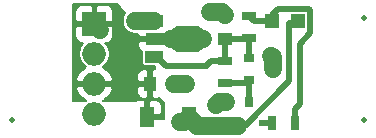
<source format=gbr>
G04 #@! TF.FileFunction,Copper,L1,Top,Signal*
%FSLAX46Y46*%
G04 Gerber Fmt 4.6, Leading zero omitted, Abs format (unit mm)*
G04 Created by KiCad (PCBNEW 4.0.5-e0-6337~49~ubuntu15.04.1) date Mon Dec 18 21:15:46 2017*
%MOMM*%
%LPD*%
G01*
G04 APERTURE LIST*
%ADD10C,0.100000*%
%ADD11R,1.300000X0.700000*%
%ADD12C,0.500000*%
%ADD13R,1.000000X1.250000*%
%ADD14R,1.250000X1.000000*%
%ADD15O,1.998980X1.998980*%
%ADD16R,1.998980X1.998980*%
%ADD17R,0.800000X0.900000*%
%ADD18R,1.500000X1.000000*%
%ADD19R,1.800000X1.000000*%
%ADD20R,1.840000X2.200000*%
%ADD21R,0.900000X0.800000*%
%ADD22R,1.300000X1.700000*%
%ADD23R,1.200000X1.200000*%
%ADD24R,0.700000X1.300000*%
%ADD25C,0.600000*%
%ADD26C,0.500000*%
%ADD27C,1.500000*%
%ADD28C,0.200000*%
G04 APERTURE END LIST*
D10*
D11*
X137414000Y-80076000D03*
X137414000Y-81976000D03*
D12*
X119380000Y-85090000D03*
X149225000Y-85090000D03*
D13*
X131080000Y-82042000D03*
X133080000Y-82042000D03*
D14*
X137414000Y-78216000D03*
X137414000Y-76216000D03*
D15*
X126365000Y-84582000D03*
D16*
X126365000Y-76962000D03*
D15*
X126365000Y-79502000D03*
X126365000Y-82042000D03*
D17*
X139446000Y-83582000D03*
X137546000Y-83582000D03*
X138496000Y-85582000D03*
D10*
G36*
X135167000Y-77132000D02*
X136017000Y-77732000D01*
X136017000Y-78732000D01*
X135167000Y-79332000D01*
X135167000Y-77132000D01*
X135167000Y-77132000D01*
G37*
D18*
X131445000Y-76732000D03*
D19*
X131591500Y-78232000D03*
D18*
X131445000Y-79732000D03*
D20*
X134258500Y-78232000D03*
D10*
G36*
X133348800Y-79332000D02*
X132348800Y-78632000D01*
X132348800Y-77832000D01*
X133348800Y-77132000D01*
X133348800Y-79332000D01*
X133348800Y-79332000D01*
G37*
D21*
X139462000Y-79822000D03*
X139462000Y-81722000D03*
X141462000Y-80772000D03*
D12*
X149225000Y-76454000D03*
D22*
X130838000Y-84836000D03*
X134338000Y-84836000D03*
D23*
X141394000Y-76708000D03*
X143594000Y-76708000D03*
D11*
X139446000Y-76266000D03*
X139446000Y-78166000D03*
D24*
X143317000Y-85344000D03*
X141417000Y-85344000D03*
D25*
X129159000Y-82677000D03*
X140589000Y-85344000D03*
X136144000Y-75946000D03*
X141351000Y-79629000D03*
X136652000Y-83820000D03*
X129794000Y-76708000D03*
X134112000Y-82042000D03*
X133604000Y-85217000D03*
D26*
X141417000Y-85344000D02*
X140589000Y-85344000D01*
D27*
X134258500Y-78232000D02*
X132848800Y-78232000D01*
X135592000Y-78232000D02*
X134258500Y-78232000D01*
X126365000Y-76962000D02*
X126873000Y-77470000D01*
X136144000Y-75946000D02*
X137144000Y-75946000D01*
X137144000Y-75946000D02*
X137414000Y-76216000D01*
X141462000Y-80772000D02*
X141462000Y-79740000D01*
X141462000Y-79740000D02*
X141351000Y-79629000D01*
X137546000Y-83582000D02*
X136890000Y-83582000D01*
X136890000Y-83582000D02*
X136652000Y-83820000D01*
X131445000Y-76732000D02*
X129818000Y-76732000D01*
X129818000Y-76732000D02*
X129794000Y-76708000D01*
X133080000Y-82042000D02*
X134112000Y-82042000D01*
D26*
X139446000Y-78166000D02*
X139446000Y-79806000D01*
X139446000Y-79806000D02*
X139462000Y-79822000D01*
X137414000Y-80076000D02*
X137414000Y-78216000D01*
X135890000Y-80518000D02*
X135890000Y-80450000D01*
X135890000Y-80450000D02*
X136264000Y-80076000D01*
X136264000Y-80076000D02*
X137414000Y-80076000D01*
X132461000Y-80518000D02*
X135890000Y-80518000D01*
X131675000Y-79732000D02*
X132461000Y-80518000D01*
X131445000Y-79732000D02*
X131675000Y-79732000D01*
X131802000Y-79732000D02*
X131445000Y-79732000D01*
X137414000Y-78216000D02*
X139396000Y-78216000D01*
X139396000Y-78216000D02*
X139446000Y-78166000D01*
D27*
X133604000Y-85217000D02*
X133957000Y-85217000D01*
X133957000Y-85217000D02*
X134338000Y-84836000D01*
D26*
X138496000Y-85582000D02*
X139081000Y-85582000D01*
X139081000Y-85582000D02*
X142875000Y-81788000D01*
X142875000Y-81788000D02*
X142875000Y-76835000D01*
X142875000Y-76835000D02*
X143467000Y-76835000D01*
X143467000Y-76835000D02*
X143594000Y-76708000D01*
D27*
X138496000Y-85582000D02*
X135084000Y-85582000D01*
X135084000Y-85582000D02*
X134338000Y-84836000D01*
D26*
X143623447Y-76719920D02*
X143594000Y-76749367D01*
X137414000Y-81976000D02*
X139208000Y-81976000D01*
X139208000Y-81976000D02*
X139462000Y-81722000D01*
X139396000Y-81788000D02*
X139462000Y-81722000D01*
X139446000Y-83582000D02*
X139446000Y-81738000D01*
X139446000Y-81738000D02*
X139462000Y-81722000D01*
X139462000Y-81722000D02*
X139462000Y-81820000D01*
X141893001Y-75657999D02*
X141394000Y-76157000D01*
X141394000Y-76157000D02*
X141394000Y-76708000D01*
X143764000Y-78613000D02*
X144644001Y-77732999D01*
X144644001Y-77732999D02*
X144644001Y-75747999D01*
X144554001Y-75657999D02*
X141893001Y-75657999D01*
X144644001Y-75747999D02*
X144554001Y-75657999D01*
X143764000Y-83747000D02*
X143764000Y-78613000D01*
X143317000Y-85344000D02*
X143317000Y-84194000D01*
X143317000Y-84194000D02*
X143764000Y-83747000D01*
X141394000Y-76708000D02*
X139888000Y-76708000D01*
X139888000Y-76708000D02*
X139446000Y-76266000D01*
D28*
G36*
X128994892Y-76050314D02*
X128823926Y-76306182D01*
X128744000Y-76708000D01*
X128823926Y-77109818D01*
X129051538Y-77450462D01*
X129075538Y-77474462D01*
X129416182Y-77702074D01*
X129818000Y-77782000D01*
X130083500Y-77782000D01*
X130083500Y-77926000D01*
X130235500Y-78078000D01*
X131437500Y-78078000D01*
X131437500Y-78058000D01*
X131728889Y-78058000D01*
X131728889Y-78078000D01*
X133022800Y-78078000D01*
X133022800Y-78386000D01*
X131728889Y-78386000D01*
X131728889Y-78406000D01*
X131437500Y-78406000D01*
X131437500Y-78386000D01*
X130235500Y-78386000D01*
X130083500Y-78538000D01*
X130083500Y-78852939D01*
X130176063Y-79076405D01*
X130347096Y-79247438D01*
X130389123Y-79264846D01*
X130389123Y-80232000D01*
X130410042Y-80343173D01*
X130475745Y-80445279D01*
X130575997Y-80513778D01*
X130695000Y-80537877D01*
X131472000Y-80537877D01*
X131472000Y-80809000D01*
X131386000Y-80809000D01*
X131234000Y-80961000D01*
X131234000Y-81888000D01*
X131254000Y-81888000D01*
X131254000Y-82196000D01*
X131234000Y-82196000D01*
X131234000Y-83123000D01*
X131386000Y-83275000D01*
X131700939Y-83275000D01*
X131842812Y-83216234D01*
X132234000Y-83607422D01*
X132234000Y-84990000D01*
X130664000Y-84990000D01*
X130664000Y-84682000D01*
X130684000Y-84682000D01*
X130684000Y-83530000D01*
X130992000Y-83530000D01*
X130992000Y-84682000D01*
X131944000Y-84682000D01*
X132096000Y-84530000D01*
X132096000Y-83865062D01*
X132003438Y-83641596D01*
X131832405Y-83470563D01*
X131608939Y-83378000D01*
X131144000Y-83378000D01*
X130992000Y-83530000D01*
X130684000Y-83530000D01*
X130532000Y-83378000D01*
X130067061Y-83378000D01*
X129854611Y-83466000D01*
X127086850Y-83466000D01*
X127180931Y-83427033D01*
X127648851Y-83009360D01*
X127921316Y-82444416D01*
X127879318Y-82348000D01*
X129972000Y-82348000D01*
X129972000Y-82787938D01*
X130064562Y-83011404D01*
X130235595Y-83182437D01*
X130459061Y-83275000D01*
X130774000Y-83275000D01*
X130926000Y-83123000D01*
X130926000Y-82196000D01*
X130124000Y-82196000D01*
X129972000Y-82348000D01*
X127879318Y-82348000D01*
X127813107Y-82196000D01*
X126519000Y-82196000D01*
X126519000Y-82216000D01*
X126211000Y-82216000D01*
X126211000Y-82196000D01*
X124916893Y-82196000D01*
X124808684Y-82444416D01*
X125081149Y-83009360D01*
X125549069Y-83427033D01*
X125643150Y-83466000D01*
X124560000Y-83466000D01*
X124560000Y-77268000D01*
X124757510Y-77268000D01*
X124757510Y-78082429D01*
X124850073Y-78305895D01*
X125021106Y-78476928D01*
X125244572Y-78569490D01*
X125438219Y-78569490D01*
X125164428Y-78979248D01*
X125065510Y-79476541D01*
X125065510Y-79527459D01*
X125164428Y-80024752D01*
X125446122Y-80446337D01*
X125680119Y-80602688D01*
X125549069Y-80656967D01*
X125081149Y-81074640D01*
X124808684Y-81639584D01*
X124916893Y-81888000D01*
X126211000Y-81888000D01*
X126211000Y-81868000D01*
X126519000Y-81868000D01*
X126519000Y-81888000D01*
X127813107Y-81888000D01*
X127921316Y-81639584D01*
X127755640Y-81296062D01*
X129972000Y-81296062D01*
X129972000Y-81736000D01*
X130124000Y-81888000D01*
X130926000Y-81888000D01*
X130926000Y-80961000D01*
X130774000Y-80809000D01*
X130459061Y-80809000D01*
X130235595Y-80901563D01*
X130064562Y-81072596D01*
X129972000Y-81296062D01*
X127755640Y-81296062D01*
X127648851Y-81074640D01*
X127180931Y-80656967D01*
X127049881Y-80602688D01*
X127283878Y-80446337D01*
X127565572Y-80024752D01*
X127664490Y-79527459D01*
X127664490Y-79476541D01*
X127565572Y-78979248D01*
X127291781Y-78569490D01*
X127485428Y-78569490D01*
X127708894Y-78476928D01*
X127879927Y-78305895D01*
X127972490Y-78082429D01*
X127972490Y-77268000D01*
X127820490Y-77116000D01*
X126519000Y-77116000D01*
X126519000Y-77136000D01*
X126211000Y-77136000D01*
X126211000Y-77116000D01*
X124909510Y-77116000D01*
X124757510Y-77268000D01*
X124560000Y-77268000D01*
X124560000Y-75841571D01*
X124757510Y-75841571D01*
X124757510Y-76656000D01*
X124909510Y-76808000D01*
X126211000Y-76808000D01*
X126211000Y-75506510D01*
X126519000Y-75506510D01*
X126519000Y-76808000D01*
X127820490Y-76808000D01*
X127972490Y-76656000D01*
X127972490Y-75841571D01*
X127879927Y-75618105D01*
X127708894Y-75447072D01*
X127485428Y-75354510D01*
X126671000Y-75354510D01*
X126519000Y-75506510D01*
X126211000Y-75506510D01*
X126059000Y-75354510D01*
X125244572Y-75354510D01*
X125021106Y-75447072D01*
X124850073Y-75618105D01*
X124757510Y-75841571D01*
X124560000Y-75841571D01*
X124560000Y-75305000D01*
X128249578Y-75305000D01*
X128994892Y-76050314D01*
X128994892Y-76050314D01*
G37*
X128994892Y-76050314D02*
X128823926Y-76306182D01*
X128744000Y-76708000D01*
X128823926Y-77109818D01*
X129051538Y-77450462D01*
X129075538Y-77474462D01*
X129416182Y-77702074D01*
X129818000Y-77782000D01*
X130083500Y-77782000D01*
X130083500Y-77926000D01*
X130235500Y-78078000D01*
X131437500Y-78078000D01*
X131437500Y-78058000D01*
X131728889Y-78058000D01*
X131728889Y-78078000D01*
X133022800Y-78078000D01*
X133022800Y-78386000D01*
X131728889Y-78386000D01*
X131728889Y-78406000D01*
X131437500Y-78406000D01*
X131437500Y-78386000D01*
X130235500Y-78386000D01*
X130083500Y-78538000D01*
X130083500Y-78852939D01*
X130176063Y-79076405D01*
X130347096Y-79247438D01*
X130389123Y-79264846D01*
X130389123Y-80232000D01*
X130410042Y-80343173D01*
X130475745Y-80445279D01*
X130575997Y-80513778D01*
X130695000Y-80537877D01*
X131472000Y-80537877D01*
X131472000Y-80809000D01*
X131386000Y-80809000D01*
X131234000Y-80961000D01*
X131234000Y-81888000D01*
X131254000Y-81888000D01*
X131254000Y-82196000D01*
X131234000Y-82196000D01*
X131234000Y-83123000D01*
X131386000Y-83275000D01*
X131700939Y-83275000D01*
X131842812Y-83216234D01*
X132234000Y-83607422D01*
X132234000Y-84990000D01*
X130664000Y-84990000D01*
X130664000Y-84682000D01*
X130684000Y-84682000D01*
X130684000Y-83530000D01*
X130992000Y-83530000D01*
X130992000Y-84682000D01*
X131944000Y-84682000D01*
X132096000Y-84530000D01*
X132096000Y-83865062D01*
X132003438Y-83641596D01*
X131832405Y-83470563D01*
X131608939Y-83378000D01*
X131144000Y-83378000D01*
X130992000Y-83530000D01*
X130684000Y-83530000D01*
X130532000Y-83378000D01*
X130067061Y-83378000D01*
X129854611Y-83466000D01*
X127086850Y-83466000D01*
X127180931Y-83427033D01*
X127648851Y-83009360D01*
X127921316Y-82444416D01*
X127879318Y-82348000D01*
X129972000Y-82348000D01*
X129972000Y-82787938D01*
X130064562Y-83011404D01*
X130235595Y-83182437D01*
X130459061Y-83275000D01*
X130774000Y-83275000D01*
X130926000Y-83123000D01*
X130926000Y-82196000D01*
X130124000Y-82196000D01*
X129972000Y-82348000D01*
X127879318Y-82348000D01*
X127813107Y-82196000D01*
X126519000Y-82196000D01*
X126519000Y-82216000D01*
X126211000Y-82216000D01*
X126211000Y-82196000D01*
X124916893Y-82196000D01*
X124808684Y-82444416D01*
X125081149Y-83009360D01*
X125549069Y-83427033D01*
X125643150Y-83466000D01*
X124560000Y-83466000D01*
X124560000Y-77268000D01*
X124757510Y-77268000D01*
X124757510Y-78082429D01*
X124850073Y-78305895D01*
X125021106Y-78476928D01*
X125244572Y-78569490D01*
X125438219Y-78569490D01*
X125164428Y-78979248D01*
X125065510Y-79476541D01*
X125065510Y-79527459D01*
X125164428Y-80024752D01*
X125446122Y-80446337D01*
X125680119Y-80602688D01*
X125549069Y-80656967D01*
X125081149Y-81074640D01*
X124808684Y-81639584D01*
X124916893Y-81888000D01*
X126211000Y-81888000D01*
X126211000Y-81868000D01*
X126519000Y-81868000D01*
X126519000Y-81888000D01*
X127813107Y-81888000D01*
X127921316Y-81639584D01*
X127755640Y-81296062D01*
X129972000Y-81296062D01*
X129972000Y-81736000D01*
X130124000Y-81888000D01*
X130926000Y-81888000D01*
X130926000Y-80961000D01*
X130774000Y-80809000D01*
X130459061Y-80809000D01*
X130235595Y-80901563D01*
X130064562Y-81072596D01*
X129972000Y-81296062D01*
X127755640Y-81296062D01*
X127648851Y-81074640D01*
X127180931Y-80656967D01*
X127049881Y-80602688D01*
X127283878Y-80446337D01*
X127565572Y-80024752D01*
X127664490Y-79527459D01*
X127664490Y-79476541D01*
X127565572Y-78979248D01*
X127291781Y-78569490D01*
X127485428Y-78569490D01*
X127708894Y-78476928D01*
X127879927Y-78305895D01*
X127972490Y-78082429D01*
X127972490Y-77268000D01*
X127820490Y-77116000D01*
X126519000Y-77116000D01*
X126519000Y-77136000D01*
X126211000Y-77136000D01*
X126211000Y-77116000D01*
X124909510Y-77116000D01*
X124757510Y-77268000D01*
X124560000Y-77268000D01*
X124560000Y-75841571D01*
X124757510Y-75841571D01*
X124757510Y-76656000D01*
X124909510Y-76808000D01*
X126211000Y-76808000D01*
X126211000Y-75506510D01*
X126519000Y-75506510D01*
X126519000Y-76808000D01*
X127820490Y-76808000D01*
X127972490Y-76656000D01*
X127972490Y-75841571D01*
X127879927Y-75618105D01*
X127708894Y-75447072D01*
X127485428Y-75354510D01*
X126671000Y-75354510D01*
X126519000Y-75506510D01*
X126211000Y-75506510D01*
X126059000Y-75354510D01*
X125244572Y-75354510D01*
X125021106Y-75447072D01*
X124850073Y-75618105D01*
X124757510Y-75841571D01*
X124560000Y-75841571D01*
X124560000Y-75305000D01*
X128249578Y-75305000D01*
X128994892Y-76050314D01*
M02*

</source>
